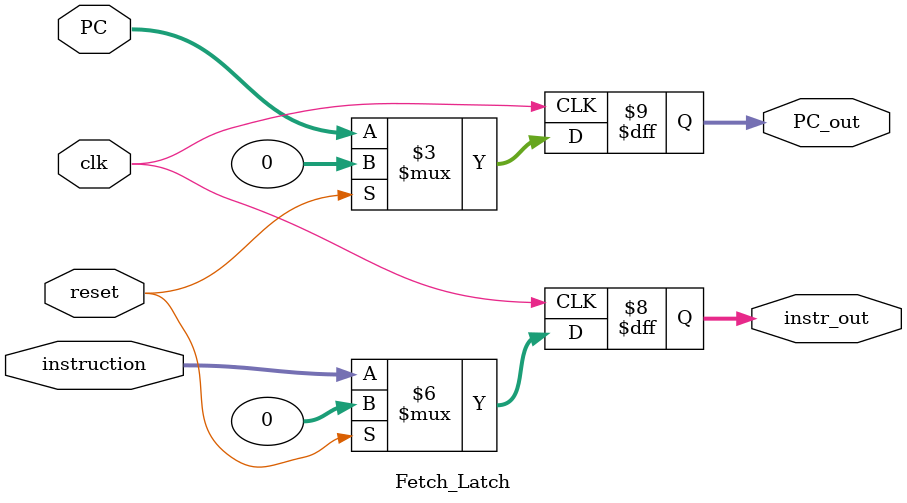
<source format=v>
`timescale 1ns / 1ps
module Fetch_Latch(
	input clk,
	input reset,
	input [31:0] instruction,
	input [31:0] PC,
	output reg [31:0] instr_out,
	output reg [31:0] PC_out
    );
	 
	 always @ (posedge clk)
	   if (reset)
		begin
			instr_out <= 0;
			PC_out <= 0;
		end
		else
		begin
			instr_out <= instruction;
			PC_out <= PC;
		end

endmodule

</source>
